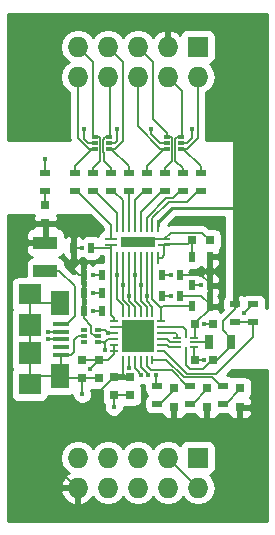
<source format=gtl>
G04 #@! TF.FileFunction,Copper,L1,Top,Signal*
%FSLAX46Y46*%
G04 Gerber Fmt 4.6, Leading zero omitted, Abs format (unit mm)*
G04 Created by KiCad (PCBNEW 4.0.5) date 01/03/18 17:15:43*
%MOMM*%
%LPD*%
G01*
G04 APERTURE LIST*
%ADD10C,0.100000*%
%ADD11R,0.750000X0.800000*%
%ADD12R,0.800000X0.750000*%
%ADD13R,0.800000X0.800000*%
%ADD14R,2.030000X1.140000*%
%ADD15R,0.700000X1.300000*%
%ADD16R,1.350000X0.400000*%
%ADD17R,1.600000X2.100000*%
%ADD18R,1.900000X1.900000*%
%ADD19R,1.900000X1.800000*%
%ADD20R,1.727200X1.727200*%
%ADD21O,1.727200X1.727200*%
%ADD22R,0.900000X0.500000*%
%ADD23R,0.500000X0.900000*%
%ADD24R,0.250000X0.700000*%
%ADD25R,0.700000X0.250000*%
%ADD26R,2.750000X2.750000*%
%ADD27R,0.200000X0.750000*%
%ADD28R,0.750000X0.200000*%
%ADD29R,0.290000X1.000000*%
%ADD30R,1.000000X0.290000*%
%ADD31R,0.650000X0.400000*%
%ADD32R,2.900000X0.900000*%
%ADD33R,0.500000X0.325000*%
%ADD34C,0.406400*%
%ADD35C,0.152400*%
%ADD36C,0.254000*%
G04 APERTURE END LIST*
D10*
D11*
X84201000Y-109081000D03*
X84201000Y-107581000D03*
X85598000Y-109081000D03*
X85598000Y-107581000D03*
X88265000Y-110478000D03*
X88265000Y-108978000D03*
X86868000Y-110478000D03*
X86868000Y-108978000D03*
D12*
X94984000Y-97409000D03*
X93484000Y-97409000D03*
X93738000Y-104521000D03*
X95238000Y-104521000D03*
X93738000Y-107569000D03*
X95238000Y-107569000D03*
D13*
X91948000Y-111544000D03*
X91948000Y-109944000D03*
X94742000Y-111544000D03*
X94742000Y-109944000D03*
X97536000Y-111544000D03*
X97536000Y-109944000D03*
X81089500Y-95986500D03*
X81089500Y-94386500D03*
D14*
X81089500Y-97606000D03*
X81089500Y-100006000D03*
D15*
X94935000Y-106045000D03*
X96835000Y-106045000D03*
D16*
X82431000Y-105791000D03*
X82431000Y-105141000D03*
X82431000Y-107091000D03*
X82431000Y-106441000D03*
X82431000Y-104491000D03*
D17*
X82306000Y-108891000D03*
X82306000Y-102691000D03*
D18*
X79756000Y-106991000D03*
X79756000Y-104591000D03*
D19*
X79756000Y-109591000D03*
X79756000Y-101991000D03*
D20*
X93980000Y-115824000D03*
D21*
X93980000Y-118364000D03*
X91440000Y-115824000D03*
X91440000Y-118364000D03*
X88900000Y-115824000D03*
X88900000Y-118364000D03*
X86360000Y-115824000D03*
X86360000Y-118364000D03*
X83820000Y-115824000D03*
X83820000Y-118364000D03*
D20*
X93980000Y-81026000D03*
D21*
X93980000Y-83566000D03*
X91440000Y-81026000D03*
X91440000Y-83566000D03*
X88900000Y-81026000D03*
X88900000Y-83566000D03*
X86360000Y-81026000D03*
X86360000Y-83566000D03*
X83820000Y-81026000D03*
X83820000Y-83566000D03*
D22*
X90551000Y-111252000D03*
X90551000Y-109752000D03*
X93345000Y-111240000D03*
X93345000Y-109740000D03*
X96139000Y-111240000D03*
X96139000Y-109740000D03*
X81089500Y-93206000D03*
X81089500Y-91706000D03*
D23*
X83451000Y-98044000D03*
X84951000Y-98044000D03*
X84340000Y-100330000D03*
X85840000Y-100330000D03*
X84340000Y-101854000D03*
X85840000Y-101854000D03*
X84340000Y-103378000D03*
X85840000Y-103378000D03*
X92444000Y-100330000D03*
X90944000Y-100330000D03*
X94984000Y-101219000D03*
X93484000Y-101219000D03*
X92444000Y-102108000D03*
X90944000Y-102108000D03*
X94984000Y-102997000D03*
X93484000Y-102997000D03*
X94984000Y-98806000D03*
X93484000Y-98806000D03*
D22*
X94234000Y-91706000D03*
X94234000Y-93206000D03*
X92710000Y-91706000D03*
X92710000Y-93206000D03*
X91186000Y-91706000D03*
X91186000Y-93206000D03*
X89662000Y-91706000D03*
X89662000Y-93206000D03*
X88138000Y-91706000D03*
X88138000Y-93206000D03*
X86614000Y-91706000D03*
X86614000Y-93206000D03*
X85090000Y-91706000D03*
X85090000Y-93206000D03*
X83566000Y-91706000D03*
X83566000Y-93206000D03*
X97155000Y-102818500D03*
X97155000Y-104318500D03*
X98679000Y-104318500D03*
X98679000Y-102818500D03*
D24*
X90150000Y-103562000D03*
D25*
X90875000Y-106787000D03*
D24*
X87650000Y-107512000D03*
D25*
X86925000Y-104287000D03*
X86925000Y-104787000D03*
X86925000Y-105287000D03*
X86925000Y-105787000D03*
X86925000Y-106287000D03*
X86925000Y-106787000D03*
D24*
X88150000Y-107512000D03*
X88650000Y-107512000D03*
X89150000Y-107512000D03*
X89650000Y-107512000D03*
X90150000Y-107512000D03*
D25*
X90875000Y-106287000D03*
X90875000Y-105787000D03*
X90875000Y-105287000D03*
X90875000Y-104787000D03*
X90875000Y-104287000D03*
D24*
X89650000Y-103562000D03*
X89150000Y-103562000D03*
X88650000Y-103562000D03*
X88150000Y-103562000D03*
X87650000Y-103562000D03*
D26*
X88900000Y-105537000D03*
D27*
X92964000Y-106770000D03*
X92964000Y-105320000D03*
D28*
X92239000Y-106045000D03*
X93689000Y-105645000D03*
X92239000Y-106445000D03*
X93689000Y-106445000D03*
X93689000Y-106045000D03*
X92239000Y-105645000D03*
D29*
X90650000Y-96186000D03*
X90650000Y-98886000D03*
D30*
X86650000Y-97286000D03*
X91150000Y-97786000D03*
X91150000Y-97286000D03*
D31*
X88212500Y-97536000D03*
D32*
X88900000Y-97536000D03*
D31*
X89587500Y-97536000D03*
D30*
X86650000Y-97786000D03*
D29*
X90150000Y-98886000D03*
X89650000Y-98886000D03*
X89150000Y-98886000D03*
X88650000Y-98886000D03*
X88150000Y-98886000D03*
X87650000Y-98886000D03*
X87150000Y-98886000D03*
X90150000Y-96186000D03*
X89650000Y-96186000D03*
X89150000Y-96186000D03*
X88650000Y-96186000D03*
X88150000Y-96186000D03*
X87650000Y-96186000D03*
X87150000Y-96186000D03*
D33*
X85252000Y-89654000D03*
X86452000Y-89654000D03*
X86452000Y-89154000D03*
X86452000Y-88654000D03*
X85252000Y-89154000D03*
X85252000Y-88654000D03*
X91348000Y-89654000D03*
X92548000Y-89654000D03*
X92548000Y-89154000D03*
X92548000Y-88654000D03*
X91348000Y-89154000D03*
X91348000Y-88654000D03*
X85563000Y-105037000D03*
X84363000Y-105037000D03*
X84363000Y-105537000D03*
X84363000Y-106037000D03*
X85563000Y-105537000D03*
X85563000Y-106037000D03*
D34*
X97917000Y-103568500D03*
X94493602Y-104521000D03*
X94482398Y-107569000D03*
X81089500Y-90551000D03*
X93472000Y-88011000D03*
X86868000Y-111506000D03*
X84201000Y-110426500D03*
X88900000Y-105537000D03*
X88900000Y-97536000D03*
X87122000Y-88011000D03*
X84899500Y-108331000D03*
X92710000Y-95758000D03*
X84201000Y-98044000D03*
X97155000Y-102818500D03*
X96202500Y-88011000D03*
X90043000Y-88011000D03*
X82042000Y-88011000D03*
X84391500Y-88011000D03*
X86365400Y-105287000D03*
X81280000Y-105791000D03*
X86106000Y-106680000D03*
X81280000Y-105156000D03*
X89776313Y-108839000D03*
X89217500Y-108839000D03*
X90424000Y-108839000D03*
X88201500Y-108204000D03*
X87150000Y-100330000D03*
X85090000Y-100330000D03*
X87650000Y-101219000D03*
X85090000Y-101854000D03*
X88150000Y-102108000D03*
X85090000Y-103378000D03*
X88646000Y-100330000D03*
X91694000Y-100330000D03*
X89150000Y-101219000D03*
X94234000Y-101219000D03*
X91694000Y-102108000D03*
X89650000Y-102108000D03*
D35*
X91440000Y-115824000D02*
X92303599Y-116687599D01*
X92303599Y-116687599D02*
X93980000Y-118364000D01*
X98679000Y-102818500D02*
X98667000Y-102818500D01*
X98667000Y-102818500D02*
X97917000Y-103568500D01*
X95238000Y-104521000D02*
X94493602Y-104521000D01*
X93738000Y-107569000D02*
X94482398Y-107569000D01*
X81089500Y-91706000D02*
X81089500Y-90551000D01*
X92673000Y-89154000D02*
X93100400Y-89154000D01*
X93100400Y-89154000D02*
X93472000Y-88782400D01*
X93472000Y-88782400D02*
X93472000Y-88011000D01*
X93689000Y-106445000D02*
X93689000Y-107520000D01*
X93689000Y-107520000D02*
X93738000Y-107569000D01*
X84238000Y-105537000D02*
X83851518Y-105537000D01*
X83851518Y-105537000D02*
X83502500Y-105886018D01*
X83502500Y-105886018D02*
X83502500Y-106846900D01*
X83258400Y-107091000D02*
X82431000Y-107091000D01*
X83502500Y-106846900D02*
X83258400Y-107091000D01*
X86868000Y-110478000D02*
X86868000Y-111506000D01*
X84201000Y-109081000D02*
X84201000Y-110426500D01*
X82306000Y-102691000D02*
X80456000Y-102691000D01*
X80456000Y-102691000D02*
X79756000Y-101991000D01*
X79756000Y-104591000D02*
X79756000Y-103488600D01*
X79756000Y-103488600D02*
X79756000Y-101991000D01*
X79756000Y-104591000D02*
X79756000Y-105693400D01*
X79756000Y-105693400D02*
X79756000Y-106991000D01*
X79756000Y-106991000D02*
X79756000Y-108093400D01*
X79756000Y-108093400D02*
X79756000Y-109591000D01*
X82431000Y-107091000D02*
X82431000Y-108766000D01*
X82431000Y-108766000D02*
X82306000Y-108891000D01*
X82306000Y-108891000D02*
X80456000Y-108891000D01*
X80456000Y-108891000D02*
X79756000Y-109591000D01*
X84201000Y-109081000D02*
X82496000Y-109081000D01*
X82496000Y-109081000D02*
X82306000Y-108891000D01*
X86868000Y-110478000D02*
X88265000Y-110478000D01*
X85598000Y-109081000D02*
X84201000Y-109081000D01*
X86925000Y-104787000D02*
X88150000Y-104787000D01*
X88150000Y-104787000D02*
X88900000Y-105537000D01*
X94984000Y-97409000D02*
X94984000Y-97397000D01*
X94984000Y-97397000D02*
X94361000Y-96774000D01*
X94361000Y-96774000D02*
X91712000Y-96774000D01*
X91712000Y-96774000D02*
X91150000Y-97336000D01*
X89100000Y-97336000D02*
X88900000Y-97536000D01*
X91150000Y-97336000D02*
X89100000Y-97336000D01*
X86577000Y-89154000D02*
X86995000Y-89154000D01*
X87122000Y-89027000D02*
X87122000Y-88011000D01*
X86995000Y-89154000D02*
X87122000Y-89027000D01*
X84899500Y-108331000D02*
X84899500Y-108279500D01*
X84899500Y-108279500D02*
X85598000Y-107581000D01*
X86925000Y-106287000D02*
X86925000Y-106787000D01*
X85598000Y-107581000D02*
X86408400Y-107581000D01*
X86408400Y-107581000D02*
X86925000Y-107064400D01*
X86925000Y-107064400D02*
X86925000Y-106787000D01*
X84201000Y-107581000D02*
X85598000Y-107581000D01*
X84340000Y-103378000D02*
X84340000Y-103980400D01*
X84340000Y-103980400D02*
X84988400Y-104628800D01*
X84988400Y-104628800D02*
X84988400Y-105264800D01*
X84988400Y-105264800D02*
X85260600Y-105537000D01*
X85260600Y-105537000D02*
X85688000Y-105537000D01*
X83451000Y-98044000D02*
X84201000Y-98044000D01*
X86868000Y-108978000D02*
X86868000Y-109003000D01*
X86868000Y-109003000D02*
X81661000Y-114210000D01*
X81661000Y-114210000D02*
X81661000Y-116205000D01*
X82956401Y-117500401D02*
X83820000Y-118364000D01*
X81661000Y-116205000D02*
X82956401Y-117500401D01*
X93738000Y-104521000D02*
X93738000Y-105596000D01*
X93738000Y-105596000D02*
X93689000Y-105645000D01*
X94984000Y-102997000D02*
X94984000Y-103197000D01*
X94984000Y-103197000D02*
X93738000Y-104443000D01*
X93738000Y-104443000D02*
X93738000Y-104521000D01*
X94984000Y-98806000D02*
X94984000Y-99408400D01*
X94984000Y-99408400D02*
X94984000Y-101219000D01*
X92444000Y-100330000D02*
X94295000Y-100330000D01*
X94295000Y-100330000D02*
X94984000Y-101019000D01*
X94984000Y-101019000D02*
X94984000Y-101219000D01*
X92444000Y-102108000D02*
X94295000Y-102108000D01*
X94295000Y-102108000D02*
X94984000Y-102797000D01*
X94984000Y-102797000D02*
X94984000Y-102997000D01*
X94984000Y-102997000D02*
X94984000Y-102394600D01*
X94984000Y-102394600D02*
X94984000Y-101219000D01*
X84340000Y-101854000D02*
X84340000Y-102456400D01*
X84340000Y-102456400D02*
X84340000Y-103378000D01*
X84340000Y-100330000D02*
X84340000Y-100932400D01*
X84340000Y-100932400D02*
X84340000Y-101854000D01*
X83451000Y-98044000D02*
X83451000Y-99843400D01*
X83451000Y-99843400D02*
X83937600Y-100330000D01*
X83937600Y-100330000D02*
X84340000Y-100330000D01*
X87650000Y-107512000D02*
X87650000Y-108723400D01*
X87650000Y-108723400D02*
X87395400Y-108978000D01*
X87395400Y-108978000D02*
X86868000Y-108978000D01*
X86868000Y-108978000D02*
X88265000Y-108978000D01*
X93484000Y-98806000D02*
X93484000Y-97409000D01*
X91150000Y-97736000D02*
X93157000Y-97736000D01*
X93157000Y-97736000D02*
X93484000Y-97409000D01*
X90650000Y-98886000D02*
X90947400Y-98886000D01*
X90947400Y-98886000D02*
X91150000Y-98683400D01*
X91150000Y-98683400D02*
X91150000Y-98033400D01*
X91150000Y-98033400D02*
X91150000Y-97736000D01*
D36*
X91802500Y-94678500D02*
X97917000Y-94678500D01*
X90650000Y-96186000D02*
X90650000Y-95831000D01*
X90650000Y-95831000D02*
X91802500Y-94678500D01*
D35*
X95238000Y-107569000D02*
X95213000Y-107569000D01*
X95213000Y-107569000D02*
X94451000Y-108331000D01*
X94451000Y-108331000D02*
X93313518Y-108331000D01*
X93313518Y-108331000D02*
X92964000Y-107981482D01*
X92964000Y-107981482D02*
X92964000Y-107297400D01*
X92964000Y-107297400D02*
X92964000Y-106770000D01*
X96835000Y-106045000D02*
X96835000Y-105745000D01*
X96835000Y-105745000D02*
X96139000Y-105049000D01*
X97155000Y-103220900D02*
X97155000Y-102818500D01*
X96139000Y-105049000D02*
X96139000Y-104236900D01*
X96139000Y-104236900D02*
X97155000Y-103220900D01*
X95238000Y-107569000D02*
X95611000Y-107569000D01*
X95611000Y-107569000D02*
X96835000Y-106345000D01*
X96835000Y-106345000D02*
X96835000Y-106045000D01*
X91223000Y-89154000D02*
X90795600Y-89154000D01*
X90795600Y-89154000D02*
X90043000Y-88401400D01*
X90043000Y-88401400D02*
X90043000Y-88011000D01*
X85127000Y-89154000D02*
X84699600Y-89154000D01*
X84699600Y-89154000D02*
X84391500Y-88845900D01*
X84391500Y-88845900D02*
X84391500Y-88011000D01*
X90551000Y-111252000D02*
X90751000Y-111252000D01*
X90751000Y-111252000D02*
X91948000Y-110055000D01*
X91948000Y-110055000D02*
X91948000Y-109944000D01*
X93345000Y-111240000D02*
X93545000Y-111240000D01*
X93545000Y-111240000D02*
X94742000Y-110043000D01*
X94742000Y-110043000D02*
X94742000Y-109944000D01*
X96139000Y-111240000D02*
X96339000Y-111240000D01*
X96339000Y-111240000D02*
X97536000Y-110043000D01*
X97536000Y-110043000D02*
X97536000Y-109944000D01*
X81089500Y-93206000D02*
X81089500Y-94386500D01*
X81089500Y-100006000D02*
X82256900Y-100006000D01*
X82256900Y-100006000D02*
X83566000Y-101315100D01*
X83566000Y-101315100D02*
X83566000Y-103831000D01*
X83566000Y-103831000D02*
X82906000Y-104491000D01*
X82906000Y-104491000D02*
X82431000Y-104491000D01*
X93689000Y-106045000D02*
X94935000Y-106045000D01*
X82431000Y-105791000D02*
X81280000Y-105791000D01*
X85688000Y-105037000D02*
X86115400Y-105037000D01*
X86115400Y-105037000D02*
X86365400Y-105287000D01*
X86365400Y-105287000D02*
X86422600Y-105287000D01*
X86422600Y-105287000D02*
X86925000Y-105287000D01*
X85688000Y-106037000D02*
X85979000Y-106037000D01*
X85979000Y-106037000D02*
X86115400Y-106037000D01*
X86106000Y-106680000D02*
X86106000Y-106164000D01*
X86106000Y-106164000D02*
X85979000Y-106037000D01*
X82431000Y-105141000D02*
X81295000Y-105141000D01*
X81295000Y-105141000D02*
X81280000Y-105156000D01*
X86115400Y-106037000D02*
X86365400Y-105787000D01*
X86365400Y-105787000D02*
X86422600Y-105787000D01*
X86422600Y-105787000D02*
X86925000Y-105787000D01*
X89150000Y-108132432D02*
X89776313Y-108758745D01*
X89776313Y-108758745D02*
X89776313Y-108839000D01*
X89150000Y-107512000D02*
X89150000Y-108132432D01*
X89014301Y-108600581D02*
X89014301Y-108635801D01*
X89014301Y-108635801D02*
X89217500Y-108839000D01*
X88650000Y-108236280D02*
X89014301Y-108600581D01*
X88650000Y-107512000D02*
X88650000Y-108236280D01*
X92673000Y-89654000D02*
X93059482Y-89654000D01*
X93059482Y-89654000D02*
X93980000Y-88733482D01*
X93980000Y-88733482D02*
X93980000Y-84787314D01*
X93980000Y-84787314D02*
X93980000Y-83566000D01*
X94234000Y-91706000D02*
X94234000Y-91140000D01*
X94234000Y-91140000D02*
X92748000Y-89654000D01*
X92748000Y-89654000D02*
X92673000Y-89654000D01*
X92100400Y-88799200D02*
X92245600Y-88654000D01*
X92710000Y-91303600D02*
X92100400Y-90694000D01*
X92100400Y-88823338D02*
X92100400Y-88799200D01*
X92710000Y-91706000D02*
X92710000Y-91303600D01*
X92100400Y-90694000D02*
X92100400Y-89984662D01*
X92100400Y-89984662D02*
X92094799Y-89979061D01*
X92245600Y-88654000D02*
X92673000Y-88654000D01*
X92094799Y-89979061D02*
X92094799Y-88828939D01*
X92094799Y-88828939D02*
X92100400Y-88823338D01*
X92673000Y-88654000D02*
X92673000Y-84799000D01*
X92673000Y-84799000D02*
X91440000Y-83566000D01*
X91348000Y-88654000D02*
X91348000Y-88339100D01*
X91348000Y-88339100D02*
X90170000Y-87161100D01*
X90170000Y-87161100D02*
X90170000Y-82296000D01*
X90170000Y-82296000D02*
X89763599Y-81889599D01*
X89763599Y-81889599D02*
X88900000Y-81026000D01*
X91186000Y-91706000D02*
X91186000Y-91303600D01*
X91186000Y-91303600D02*
X91801201Y-90688399D01*
X91801201Y-90688399D02*
X91801201Y-88704801D01*
X91801201Y-88704801D02*
X91750400Y-88654000D01*
X91750400Y-88654000D02*
X91348000Y-88654000D01*
X91223000Y-89654000D02*
X90795600Y-89654000D01*
X90795600Y-89654000D02*
X88900000Y-87758400D01*
X88900000Y-87758400D02*
X88900000Y-84787314D01*
X88900000Y-84787314D02*
X88900000Y-83566000D01*
X89662000Y-91706000D02*
X89662000Y-91140000D01*
X89662000Y-91140000D02*
X91148000Y-89654000D01*
X91148000Y-89654000D02*
X91223000Y-89654000D01*
X86577000Y-89654000D02*
X87004400Y-89654000D01*
X87004400Y-89654000D02*
X87630000Y-89028400D01*
X87630000Y-89028400D02*
X87630000Y-82296000D01*
X87630000Y-82296000D02*
X87223599Y-81889599D01*
X87223599Y-81889599D02*
X86360000Y-81026000D01*
X88138000Y-91706000D02*
X88138000Y-91140000D01*
X88138000Y-91140000D02*
X86652000Y-89654000D01*
X86652000Y-89654000D02*
X86577000Y-89654000D01*
X86614000Y-91303600D02*
X86029800Y-90719400D01*
X86029800Y-88773800D02*
X86149600Y-88654000D01*
X86149600Y-88654000D02*
X86577000Y-88654000D01*
X86029800Y-90719400D02*
X86029800Y-90010062D01*
X86614000Y-91706000D02*
X86614000Y-91303600D01*
X86577000Y-88654000D02*
X86577000Y-83783000D01*
X86029800Y-90010062D02*
X85998799Y-89979061D01*
X85998799Y-89979061D02*
X85998799Y-88828939D01*
X85998799Y-88828939D02*
X86029800Y-88797938D01*
X86029800Y-88797938D02*
X86029800Y-88773800D01*
X86577000Y-83783000D02*
X86360000Y-83566000D01*
X85252000Y-88654000D02*
X85115400Y-88517400D01*
X85115400Y-88517400D02*
X85115400Y-82321400D01*
X85115400Y-82321400D02*
X83820000Y-81026000D01*
X85090000Y-91706000D02*
X85090000Y-91303600D01*
X85090000Y-91303600D02*
X85705201Y-90688399D01*
X85705201Y-90688399D02*
X85705201Y-88704801D01*
X85654400Y-88654000D02*
X85252000Y-88654000D01*
X85705201Y-88704801D02*
X85654400Y-88654000D01*
X85127000Y-89654000D02*
X84740518Y-89654000D01*
X84740518Y-89654000D02*
X83820000Y-88733482D01*
X83820000Y-88733482D02*
X83820000Y-84787314D01*
X83820000Y-84787314D02*
X83820000Y-83566000D01*
X83566000Y-91706000D02*
X83566000Y-91140000D01*
X83566000Y-91140000D02*
X85052000Y-89654000D01*
X85052000Y-89654000D02*
X85127000Y-89654000D01*
X90424000Y-108839000D02*
X90424000Y-109625000D01*
X90424000Y-109625000D02*
X90551000Y-109752000D01*
X88150000Y-107512000D02*
X88150000Y-108152500D01*
X88150000Y-108152500D02*
X88201500Y-108204000D01*
X93116434Y-109740000D02*
X93345000Y-109740000D01*
X91783633Y-108407199D02*
X93116434Y-109740000D01*
X90042799Y-108407199D02*
X91783633Y-108407199D01*
X89650000Y-108014400D02*
X90042799Y-108407199D01*
X89650000Y-107512000D02*
X89650000Y-108014400D01*
X90150000Y-107512000D02*
X91319500Y-107512000D01*
X92837000Y-109029500D02*
X95228500Y-109029500D01*
X91319500Y-107512000D02*
X92837000Y-109029500D01*
X95228500Y-109029500D02*
X95939000Y-109740000D01*
X95939000Y-109740000D02*
X96139000Y-109740000D01*
X84951000Y-98044000D02*
X86639400Y-98044000D01*
X86639400Y-98044000D02*
X86650000Y-98033400D01*
X86650000Y-98033400D02*
X86650000Y-97736000D01*
X86925000Y-104287000D02*
X86925000Y-104009600D01*
X86925000Y-104009600D02*
X86650000Y-103734600D01*
X86650000Y-103734600D02*
X86650000Y-98033400D01*
X87150000Y-102421732D02*
X87150000Y-100330000D01*
X87150000Y-100330000D02*
X87150000Y-99538400D01*
X85840000Y-100330000D02*
X85090000Y-100330000D01*
X87650000Y-103562000D02*
X87650000Y-102921732D01*
X87650000Y-102921732D02*
X87150000Y-102421732D01*
X87150000Y-99538400D02*
X87150000Y-98886000D01*
X87650000Y-102490666D02*
X87650000Y-101219000D01*
X87650000Y-101219000D02*
X87650000Y-99538400D01*
X85840000Y-101854000D02*
X85090000Y-101854000D01*
X88150000Y-103562000D02*
X88150000Y-102990666D01*
X88150000Y-102990666D02*
X87650000Y-102490666D01*
X87650000Y-99538400D02*
X87650000Y-98886000D01*
X88150000Y-102559600D02*
X88150000Y-102108000D01*
X88150000Y-102108000D02*
X88150000Y-99538400D01*
X85437600Y-103378000D02*
X85090000Y-103378000D01*
X85840000Y-103378000D02*
X85437600Y-103378000D01*
X88650000Y-103562000D02*
X88650000Y-103059600D01*
X88650000Y-103059600D02*
X88150000Y-102559600D01*
X88150000Y-99538400D02*
X88150000Y-98886000D01*
X88646000Y-100330000D02*
X88646000Y-98890000D01*
X88646000Y-98890000D02*
X88650000Y-98886000D01*
X90944000Y-100330000D02*
X91694000Y-100330000D01*
X89150000Y-103562000D02*
X89150000Y-103059600D01*
X88650000Y-99538400D02*
X88650000Y-98886000D01*
X89150000Y-103059600D02*
X88650000Y-102559600D01*
X88650000Y-102559600D02*
X88650000Y-99538400D01*
X89150000Y-102559600D02*
X89150000Y-101219000D01*
X89150000Y-101219000D02*
X89150000Y-99538400D01*
X93484000Y-101219000D02*
X94234000Y-101219000D01*
X89650000Y-103562000D02*
X89650000Y-103059600D01*
X89650000Y-103059600D02*
X89150000Y-102559600D01*
X89150000Y-99538400D02*
X89150000Y-98886000D01*
X91694000Y-102108000D02*
X90944000Y-102108000D01*
X89650000Y-102108000D02*
X89650000Y-99538400D01*
X89650000Y-102559600D02*
X89650000Y-102108000D01*
X90150000Y-103562000D02*
X90150000Y-103059600D01*
X90150000Y-103059600D02*
X89650000Y-102559600D01*
X89650000Y-99538400D02*
X89650000Y-98886000D01*
X90875000Y-104287000D02*
X90875000Y-103181000D01*
X90875000Y-103181000D02*
X91059000Y-102997000D01*
X91059000Y-102997000D02*
X93081600Y-102997000D01*
X93081600Y-102997000D02*
X93484000Y-102997000D01*
X90875000Y-104287000D02*
X90875000Y-103150482D01*
X90150000Y-99538400D02*
X90150000Y-98886000D01*
X90875000Y-103150482D02*
X90150000Y-102425482D01*
X90150000Y-102425482D02*
X90150000Y-99538400D01*
X94034000Y-93206000D02*
X94234000Y-93206000D01*
X93082189Y-94157811D02*
X94034000Y-93206000D01*
X91525789Y-94157811D02*
X93082189Y-94157811D01*
X90150000Y-95533600D02*
X91525789Y-94157811D01*
X90150000Y-96186000D02*
X90150000Y-95533600D01*
X91863000Y-93853000D02*
X92510000Y-93206000D01*
X91330600Y-93853000D02*
X91863000Y-93853000D01*
X89650000Y-96186000D02*
X89650000Y-95533600D01*
X89650000Y-95533600D02*
X91330600Y-93853000D01*
X92510000Y-93206000D02*
X92710000Y-93206000D01*
X89150000Y-96186000D02*
X89150000Y-95042000D01*
X89150000Y-95042000D02*
X90986000Y-93206000D01*
X90986000Y-93206000D02*
X91186000Y-93206000D01*
X88650000Y-96186000D02*
X88650000Y-94018000D01*
X88650000Y-94018000D02*
X89462000Y-93206000D01*
X89462000Y-93206000D02*
X89662000Y-93206000D01*
X88150000Y-96186000D02*
X88150000Y-93218000D01*
X88150000Y-93218000D02*
X88138000Y-93206000D01*
X87650000Y-96186000D02*
X87650000Y-94042000D01*
X87650000Y-94042000D02*
X86814000Y-93206000D01*
X86814000Y-93206000D02*
X86614000Y-93206000D01*
X87150000Y-96186000D02*
X87150000Y-95066000D01*
X87150000Y-95066000D02*
X85290000Y-93206000D01*
X85290000Y-93206000D02*
X85090000Y-93206000D01*
X86650000Y-97336000D02*
X86650000Y-96090000D01*
X86650000Y-96090000D02*
X83766000Y-93206000D01*
X83766000Y-93206000D02*
X83566000Y-93206000D01*
X98679000Y-104720900D02*
X98679000Y-104318500D01*
X98679000Y-105612482D02*
X98679000Y-104720900D01*
X95566793Y-108724689D02*
X98679000Y-105612482D01*
X93037689Y-108724689D02*
X95566793Y-108724689D01*
X90875000Y-106787000D02*
X91100000Y-106787000D01*
X91100000Y-106787000D02*
X93037689Y-108724689D01*
X97155000Y-104318500D02*
X98679000Y-104318500D01*
X90875000Y-106287000D02*
X91377400Y-106287000D01*
X91377400Y-106287000D02*
X91535400Y-106445000D01*
X91535400Y-106445000D02*
X91711600Y-106445000D01*
X91711600Y-106445000D02*
X92239000Y-106445000D01*
X90875000Y-105787000D02*
X91377400Y-105787000D01*
X91377400Y-105787000D02*
X91635400Y-106045000D01*
X91635400Y-106045000D02*
X91711600Y-106045000D01*
X91711600Y-106045000D02*
X92239000Y-106045000D01*
X90875000Y-105287000D02*
X92133400Y-105287000D01*
X92133400Y-105287000D02*
X92239000Y-105392600D01*
X92239000Y-105392600D02*
X92239000Y-105645000D01*
X90875000Y-104787000D02*
X92706000Y-104787000D01*
X92706000Y-104787000D02*
X92964000Y-105045000D01*
X92964000Y-105045000D02*
X92964000Y-105320000D01*
D36*
G36*
X80054500Y-95460191D02*
X80054500Y-95700750D01*
X80213250Y-95859500D01*
X80962500Y-95859500D01*
X80962500Y-95839500D01*
X81216500Y-95839500D01*
X81216500Y-95859500D01*
X81965750Y-95859500D01*
X82124500Y-95700750D01*
X82124500Y-95460191D01*
X82063739Y-95313500D01*
X84867712Y-95313500D01*
X85938800Y-96384588D01*
X85938800Y-96533300D01*
X85914683Y-96537838D01*
X85698559Y-96676910D01*
X85553569Y-96889110D01*
X85522038Y-97044816D01*
X85452890Y-96997569D01*
X85201000Y-96946560D01*
X84701000Y-96946560D01*
X84465683Y-96990838D01*
X84249559Y-97129910D01*
X84203031Y-97198006D01*
X84060698Y-97055673D01*
X83827309Y-96959000D01*
X83734750Y-96959000D01*
X83576000Y-97117750D01*
X83576000Y-97917000D01*
X83598000Y-97917000D01*
X83598000Y-98171000D01*
X83576000Y-98171000D01*
X83576000Y-98970250D01*
X83734750Y-99129000D01*
X83827309Y-99129000D01*
X84060698Y-99032327D01*
X84201936Y-98891090D01*
X84236910Y-98945441D01*
X84449110Y-99090431D01*
X84701000Y-99141440D01*
X85201000Y-99141440D01*
X85436317Y-99097162D01*
X85652441Y-98958090D01*
X85791070Y-98755200D01*
X85938800Y-98755200D01*
X85938800Y-99232560D01*
X85590000Y-99232560D01*
X85354683Y-99276838D01*
X85138559Y-99415910D01*
X85092031Y-99484006D01*
X84949698Y-99341673D01*
X84716309Y-99245000D01*
X84623750Y-99245000D01*
X84465000Y-99403750D01*
X84465000Y-99769550D01*
X84379823Y-99854578D01*
X84251946Y-100162540D01*
X84251655Y-100495997D01*
X84378995Y-100804182D01*
X84465000Y-100890337D01*
X84465000Y-101293550D01*
X84379823Y-101378578D01*
X84277200Y-101625722D01*
X84277200Y-101315100D01*
X84258968Y-101223440D01*
X84223063Y-101042935D01*
X84215000Y-101030868D01*
X84215000Y-100457000D01*
X84193000Y-100457000D01*
X84193000Y-100203000D01*
X84215000Y-100203000D01*
X84215000Y-99403750D01*
X84056250Y-99245000D01*
X83963691Y-99245000D01*
X83730302Y-99341673D01*
X83551673Y-99520301D01*
X83455000Y-99753690D01*
X83455000Y-100044250D01*
X83613748Y-100202998D01*
X83459686Y-100202998D01*
X82759794Y-99503106D01*
X82751940Y-99497858D01*
X82751940Y-99436000D01*
X82707662Y-99200683D01*
X82568590Y-98984559D01*
X82356390Y-98839569D01*
X82215312Y-98811000D01*
X82230809Y-98811000D01*
X82464198Y-98714327D01*
X82566000Y-98612526D01*
X82566000Y-98620310D01*
X82662673Y-98853699D01*
X82841302Y-99032327D01*
X83074691Y-99129000D01*
X83167250Y-99129000D01*
X83326000Y-98970250D01*
X83326000Y-98171000D01*
X83304000Y-98171000D01*
X83304000Y-97917000D01*
X83326000Y-97917000D01*
X83326000Y-97117750D01*
X83167250Y-96959000D01*
X83074691Y-96959000D01*
X82841302Y-97055673D01*
X82739500Y-97157474D01*
X82739500Y-96909690D01*
X82642827Y-96676301D01*
X82464198Y-96497673D01*
X82230809Y-96401000D01*
X82124500Y-96401000D01*
X82124500Y-96272250D01*
X81965750Y-96113500D01*
X81216500Y-96113500D01*
X81216500Y-97479000D01*
X81236500Y-97479000D01*
X81236500Y-97733000D01*
X81216500Y-97733000D01*
X81216500Y-97753000D01*
X80962500Y-97753000D01*
X80962500Y-97733000D01*
X79598250Y-97733000D01*
X79439500Y-97891750D01*
X79439500Y-98302310D01*
X79536173Y-98535699D01*
X79714802Y-98714327D01*
X79948191Y-98811000D01*
X79955242Y-98811000D01*
X79839183Y-98832838D01*
X79623059Y-98971910D01*
X79478069Y-99184110D01*
X79427060Y-99436000D01*
X79427060Y-100443560D01*
X78806000Y-100443560D01*
X78570683Y-100487838D01*
X78354559Y-100626910D01*
X78209569Y-100839110D01*
X78158560Y-101091000D01*
X78158560Y-102891000D01*
X78202838Y-103126317D01*
X78293190Y-103266727D01*
X78209569Y-103389110D01*
X78158560Y-103641000D01*
X78158560Y-105541000D01*
X78202838Y-105776317D01*
X78210342Y-105787979D01*
X78209569Y-105789110D01*
X78158560Y-106041000D01*
X78158560Y-107941000D01*
X78202838Y-108176317D01*
X78293190Y-108316727D01*
X78209569Y-108439110D01*
X78158560Y-108691000D01*
X78158560Y-110491000D01*
X78202838Y-110726317D01*
X78341910Y-110942441D01*
X78554110Y-111087431D01*
X78806000Y-111138440D01*
X80706000Y-111138440D01*
X80941317Y-111094162D01*
X81157441Y-110955090D01*
X81302431Y-110742890D01*
X81340495Y-110554924D01*
X81506000Y-110588440D01*
X83106000Y-110588440D01*
X83341317Y-110544162D01*
X83362709Y-110530396D01*
X83362655Y-110592497D01*
X83489995Y-110900682D01*
X83725578Y-111136677D01*
X84033540Y-111264554D01*
X84366997Y-111264845D01*
X84675182Y-111137505D01*
X84911177Y-110901922D01*
X85039054Y-110593960D01*
X85039345Y-110260503D01*
X84960786Y-110070377D01*
X84971110Y-110077431D01*
X85223000Y-110128440D01*
X85845560Y-110128440D01*
X85845560Y-110878000D01*
X85889838Y-111113317D01*
X86028910Y-111329441D01*
X86032660Y-111332003D01*
X86029946Y-111338540D01*
X86029655Y-111671997D01*
X86156995Y-111980182D01*
X86392578Y-112216177D01*
X86700540Y-112344054D01*
X87033997Y-112344345D01*
X87342182Y-112217005D01*
X87578177Y-111981422D01*
X87706054Y-111673460D01*
X87706216Y-111488223D01*
X87890000Y-111525440D01*
X88640000Y-111525440D01*
X88875317Y-111481162D01*
X89091441Y-111342090D01*
X89236431Y-111129890D01*
X89287440Y-110878000D01*
X89287440Y-110078000D01*
X89243162Y-109842683D01*
X89176671Y-109739354D01*
X89178327Y-109737698D01*
X89203391Y-109677188D01*
X89383497Y-109677345D01*
X89453560Y-109648395D01*
X89453560Y-110002000D01*
X89497838Y-110237317D01*
X89636910Y-110453441D01*
X89706711Y-110501134D01*
X89649559Y-110537910D01*
X89504569Y-110750110D01*
X89453560Y-111002000D01*
X89453560Y-111502000D01*
X89497838Y-111737317D01*
X89636910Y-111953441D01*
X89849110Y-112098431D01*
X90101000Y-112149440D01*
X90945777Y-112149440D01*
X91009673Y-112303698D01*
X91188301Y-112482327D01*
X91421690Y-112579000D01*
X91662250Y-112579000D01*
X91821000Y-112420250D01*
X91821000Y-111671000D01*
X91801000Y-111671000D01*
X91801000Y-111417000D01*
X91821000Y-111417000D01*
X91821000Y-111397000D01*
X92075000Y-111397000D01*
X92075000Y-111417000D01*
X92095000Y-111417000D01*
X92095000Y-111671000D01*
X92075000Y-111671000D01*
X92075000Y-112420250D01*
X92233750Y-112579000D01*
X92474310Y-112579000D01*
X92707699Y-112482327D01*
X92886327Y-112303698D01*
X92955193Y-112137440D01*
X93734807Y-112137440D01*
X93803673Y-112303698D01*
X93982301Y-112482327D01*
X94215690Y-112579000D01*
X94456250Y-112579000D01*
X94615000Y-112420250D01*
X94615000Y-111671000D01*
X94595000Y-111671000D01*
X94595000Y-111417000D01*
X94615000Y-111417000D01*
X94615000Y-111397000D01*
X94869000Y-111397000D01*
X94869000Y-111417000D01*
X94889000Y-111417000D01*
X94889000Y-111671000D01*
X94869000Y-111671000D01*
X94869000Y-112420250D01*
X95027750Y-112579000D01*
X95268310Y-112579000D01*
X95501699Y-112482327D01*
X95680327Y-112303698D01*
X95749193Y-112137440D01*
X96528807Y-112137440D01*
X96597673Y-112303698D01*
X96776301Y-112482327D01*
X97009690Y-112579000D01*
X97250250Y-112579000D01*
X97409000Y-112420250D01*
X97409000Y-111671000D01*
X97663000Y-111671000D01*
X97663000Y-112420250D01*
X97821750Y-112579000D01*
X98062310Y-112579000D01*
X98295699Y-112482327D01*
X98474327Y-112303698D01*
X98571000Y-112070309D01*
X98571000Y-111829750D01*
X98412250Y-111671000D01*
X97663000Y-111671000D01*
X97409000Y-111671000D01*
X97389000Y-111671000D01*
X97389000Y-111417000D01*
X97409000Y-111417000D01*
X97409000Y-111397000D01*
X97663000Y-111397000D01*
X97663000Y-111417000D01*
X98412250Y-111417000D01*
X98571000Y-111258250D01*
X98571000Y-111017691D01*
X98474327Y-110784302D01*
X98432366Y-110742340D01*
X98532431Y-110595890D01*
X98583440Y-110344000D01*
X98583440Y-109544000D01*
X98539162Y-109308683D01*
X98400090Y-109092559D01*
X98187890Y-108947569D01*
X97936000Y-108896560D01*
X97136000Y-108896560D01*
X96908044Y-108939453D01*
X96840890Y-108893569D01*
X96589000Y-108842560D01*
X96454710Y-108842560D01*
X96902770Y-108394500D01*
X99874000Y-108394500D01*
X99874000Y-121158000D01*
X77926000Y-121158000D01*
X77926000Y-118723026D01*
X82365042Y-118723026D01*
X82537312Y-119138947D01*
X82931510Y-119570821D01*
X83460973Y-119818968D01*
X83693000Y-119698469D01*
X83693000Y-118491000D01*
X82486183Y-118491000D01*
X82365042Y-118723026D01*
X77926000Y-118723026D01*
X77926000Y-115824000D01*
X82292041Y-115824000D01*
X82406115Y-116397489D01*
X82730971Y-116883670D01*
X83054228Y-117099664D01*
X82931510Y-117157179D01*
X82537312Y-117589053D01*
X82365042Y-118004974D01*
X82486183Y-118237000D01*
X83693000Y-118237000D01*
X83693000Y-118217000D01*
X83947000Y-118217000D01*
X83947000Y-118237000D01*
X83967000Y-118237000D01*
X83967000Y-118491000D01*
X83947000Y-118491000D01*
X83947000Y-119698469D01*
X84179027Y-119818968D01*
X84708490Y-119570821D01*
X85090008Y-119152839D01*
X85270971Y-119423670D01*
X85757152Y-119748526D01*
X86330641Y-119862600D01*
X86389359Y-119862600D01*
X86962848Y-119748526D01*
X87449029Y-119423670D01*
X87630000Y-119152828D01*
X87810971Y-119423670D01*
X88297152Y-119748526D01*
X88870641Y-119862600D01*
X88929359Y-119862600D01*
X89502848Y-119748526D01*
X89989029Y-119423670D01*
X90170000Y-119152828D01*
X90350971Y-119423670D01*
X90837152Y-119748526D01*
X91410641Y-119862600D01*
X91469359Y-119862600D01*
X92042848Y-119748526D01*
X92529029Y-119423670D01*
X92710000Y-119152828D01*
X92890971Y-119423670D01*
X93377152Y-119748526D01*
X93950641Y-119862600D01*
X94009359Y-119862600D01*
X94582848Y-119748526D01*
X95069029Y-119423670D01*
X95393885Y-118937489D01*
X95507959Y-118364000D01*
X95393885Y-117790511D01*
X95069029Y-117304330D01*
X95055358Y-117295195D01*
X95078917Y-117290762D01*
X95295041Y-117151690D01*
X95440031Y-116939490D01*
X95491040Y-116687600D01*
X95491040Y-114960400D01*
X95446762Y-114725083D01*
X95307690Y-114508959D01*
X95095490Y-114363969D01*
X94843600Y-114312960D01*
X93116400Y-114312960D01*
X92881083Y-114357238D01*
X92664959Y-114496310D01*
X92519969Y-114708510D01*
X92511092Y-114752345D01*
X92042848Y-114439474D01*
X91469359Y-114325400D01*
X91410641Y-114325400D01*
X90837152Y-114439474D01*
X90350971Y-114764330D01*
X90170000Y-115035172D01*
X89989029Y-114764330D01*
X89502848Y-114439474D01*
X88929359Y-114325400D01*
X88870641Y-114325400D01*
X88297152Y-114439474D01*
X87810971Y-114764330D01*
X87630000Y-115035172D01*
X87449029Y-114764330D01*
X86962848Y-114439474D01*
X86389359Y-114325400D01*
X86330641Y-114325400D01*
X85757152Y-114439474D01*
X85270971Y-114764330D01*
X85090000Y-115035172D01*
X84909029Y-114764330D01*
X84422848Y-114439474D01*
X83849359Y-114325400D01*
X83790641Y-114325400D01*
X83217152Y-114439474D01*
X82730971Y-114764330D01*
X82406115Y-115250511D01*
X82292041Y-115824000D01*
X77926000Y-115824000D01*
X77926000Y-96909690D01*
X79439500Y-96909690D01*
X79439500Y-97320250D01*
X79598250Y-97479000D01*
X80962500Y-97479000D01*
X80962500Y-96113500D01*
X80213250Y-96113500D01*
X80054500Y-96272250D01*
X80054500Y-96401000D01*
X79948191Y-96401000D01*
X79714802Y-96497673D01*
X79536173Y-96676301D01*
X79439500Y-96909690D01*
X77926000Y-96909690D01*
X77926000Y-95313500D01*
X80115261Y-95313500D01*
X80054500Y-95460191D01*
X80054500Y-95460191D01*
G37*
X80054500Y-95460191D02*
X80054500Y-95700750D01*
X80213250Y-95859500D01*
X80962500Y-95859500D01*
X80962500Y-95839500D01*
X81216500Y-95839500D01*
X81216500Y-95859500D01*
X81965750Y-95859500D01*
X82124500Y-95700750D01*
X82124500Y-95460191D01*
X82063739Y-95313500D01*
X84867712Y-95313500D01*
X85938800Y-96384588D01*
X85938800Y-96533300D01*
X85914683Y-96537838D01*
X85698559Y-96676910D01*
X85553569Y-96889110D01*
X85522038Y-97044816D01*
X85452890Y-96997569D01*
X85201000Y-96946560D01*
X84701000Y-96946560D01*
X84465683Y-96990838D01*
X84249559Y-97129910D01*
X84203031Y-97198006D01*
X84060698Y-97055673D01*
X83827309Y-96959000D01*
X83734750Y-96959000D01*
X83576000Y-97117750D01*
X83576000Y-97917000D01*
X83598000Y-97917000D01*
X83598000Y-98171000D01*
X83576000Y-98171000D01*
X83576000Y-98970250D01*
X83734750Y-99129000D01*
X83827309Y-99129000D01*
X84060698Y-99032327D01*
X84201936Y-98891090D01*
X84236910Y-98945441D01*
X84449110Y-99090431D01*
X84701000Y-99141440D01*
X85201000Y-99141440D01*
X85436317Y-99097162D01*
X85652441Y-98958090D01*
X85791070Y-98755200D01*
X85938800Y-98755200D01*
X85938800Y-99232560D01*
X85590000Y-99232560D01*
X85354683Y-99276838D01*
X85138559Y-99415910D01*
X85092031Y-99484006D01*
X84949698Y-99341673D01*
X84716309Y-99245000D01*
X84623750Y-99245000D01*
X84465000Y-99403750D01*
X84465000Y-99769550D01*
X84379823Y-99854578D01*
X84251946Y-100162540D01*
X84251655Y-100495997D01*
X84378995Y-100804182D01*
X84465000Y-100890337D01*
X84465000Y-101293550D01*
X84379823Y-101378578D01*
X84277200Y-101625722D01*
X84277200Y-101315100D01*
X84258968Y-101223440D01*
X84223063Y-101042935D01*
X84215000Y-101030868D01*
X84215000Y-100457000D01*
X84193000Y-100457000D01*
X84193000Y-100203000D01*
X84215000Y-100203000D01*
X84215000Y-99403750D01*
X84056250Y-99245000D01*
X83963691Y-99245000D01*
X83730302Y-99341673D01*
X83551673Y-99520301D01*
X83455000Y-99753690D01*
X83455000Y-100044250D01*
X83613748Y-100202998D01*
X83459686Y-100202998D01*
X82759794Y-99503106D01*
X82751940Y-99497858D01*
X82751940Y-99436000D01*
X82707662Y-99200683D01*
X82568590Y-98984559D01*
X82356390Y-98839569D01*
X82215312Y-98811000D01*
X82230809Y-98811000D01*
X82464198Y-98714327D01*
X82566000Y-98612526D01*
X82566000Y-98620310D01*
X82662673Y-98853699D01*
X82841302Y-99032327D01*
X83074691Y-99129000D01*
X83167250Y-99129000D01*
X83326000Y-98970250D01*
X83326000Y-98171000D01*
X83304000Y-98171000D01*
X83304000Y-97917000D01*
X83326000Y-97917000D01*
X83326000Y-97117750D01*
X83167250Y-96959000D01*
X83074691Y-96959000D01*
X82841302Y-97055673D01*
X82739500Y-97157474D01*
X82739500Y-96909690D01*
X82642827Y-96676301D01*
X82464198Y-96497673D01*
X82230809Y-96401000D01*
X82124500Y-96401000D01*
X82124500Y-96272250D01*
X81965750Y-96113500D01*
X81216500Y-96113500D01*
X81216500Y-97479000D01*
X81236500Y-97479000D01*
X81236500Y-97733000D01*
X81216500Y-97733000D01*
X81216500Y-97753000D01*
X80962500Y-97753000D01*
X80962500Y-97733000D01*
X79598250Y-97733000D01*
X79439500Y-97891750D01*
X79439500Y-98302310D01*
X79536173Y-98535699D01*
X79714802Y-98714327D01*
X79948191Y-98811000D01*
X79955242Y-98811000D01*
X79839183Y-98832838D01*
X79623059Y-98971910D01*
X79478069Y-99184110D01*
X79427060Y-99436000D01*
X79427060Y-100443560D01*
X78806000Y-100443560D01*
X78570683Y-100487838D01*
X78354559Y-100626910D01*
X78209569Y-100839110D01*
X78158560Y-101091000D01*
X78158560Y-102891000D01*
X78202838Y-103126317D01*
X78293190Y-103266727D01*
X78209569Y-103389110D01*
X78158560Y-103641000D01*
X78158560Y-105541000D01*
X78202838Y-105776317D01*
X78210342Y-105787979D01*
X78209569Y-105789110D01*
X78158560Y-106041000D01*
X78158560Y-107941000D01*
X78202838Y-108176317D01*
X78293190Y-108316727D01*
X78209569Y-108439110D01*
X78158560Y-108691000D01*
X78158560Y-110491000D01*
X78202838Y-110726317D01*
X78341910Y-110942441D01*
X78554110Y-111087431D01*
X78806000Y-111138440D01*
X80706000Y-111138440D01*
X80941317Y-111094162D01*
X81157441Y-110955090D01*
X81302431Y-110742890D01*
X81340495Y-110554924D01*
X81506000Y-110588440D01*
X83106000Y-110588440D01*
X83341317Y-110544162D01*
X83362709Y-110530396D01*
X83362655Y-110592497D01*
X83489995Y-110900682D01*
X83725578Y-111136677D01*
X84033540Y-111264554D01*
X84366997Y-111264845D01*
X84675182Y-111137505D01*
X84911177Y-110901922D01*
X85039054Y-110593960D01*
X85039345Y-110260503D01*
X84960786Y-110070377D01*
X84971110Y-110077431D01*
X85223000Y-110128440D01*
X85845560Y-110128440D01*
X85845560Y-110878000D01*
X85889838Y-111113317D01*
X86028910Y-111329441D01*
X86032660Y-111332003D01*
X86029946Y-111338540D01*
X86029655Y-111671997D01*
X86156995Y-111980182D01*
X86392578Y-112216177D01*
X86700540Y-112344054D01*
X87033997Y-112344345D01*
X87342182Y-112217005D01*
X87578177Y-111981422D01*
X87706054Y-111673460D01*
X87706216Y-111488223D01*
X87890000Y-111525440D01*
X88640000Y-111525440D01*
X88875317Y-111481162D01*
X89091441Y-111342090D01*
X89236431Y-111129890D01*
X89287440Y-110878000D01*
X89287440Y-110078000D01*
X89243162Y-109842683D01*
X89176671Y-109739354D01*
X89178327Y-109737698D01*
X89203391Y-109677188D01*
X89383497Y-109677345D01*
X89453560Y-109648395D01*
X89453560Y-110002000D01*
X89497838Y-110237317D01*
X89636910Y-110453441D01*
X89706711Y-110501134D01*
X89649559Y-110537910D01*
X89504569Y-110750110D01*
X89453560Y-111002000D01*
X89453560Y-111502000D01*
X89497838Y-111737317D01*
X89636910Y-111953441D01*
X89849110Y-112098431D01*
X90101000Y-112149440D01*
X90945777Y-112149440D01*
X91009673Y-112303698D01*
X91188301Y-112482327D01*
X91421690Y-112579000D01*
X91662250Y-112579000D01*
X91821000Y-112420250D01*
X91821000Y-111671000D01*
X91801000Y-111671000D01*
X91801000Y-111417000D01*
X91821000Y-111417000D01*
X91821000Y-111397000D01*
X92075000Y-111397000D01*
X92075000Y-111417000D01*
X92095000Y-111417000D01*
X92095000Y-111671000D01*
X92075000Y-111671000D01*
X92075000Y-112420250D01*
X92233750Y-112579000D01*
X92474310Y-112579000D01*
X92707699Y-112482327D01*
X92886327Y-112303698D01*
X92955193Y-112137440D01*
X93734807Y-112137440D01*
X93803673Y-112303698D01*
X93982301Y-112482327D01*
X94215690Y-112579000D01*
X94456250Y-112579000D01*
X94615000Y-112420250D01*
X94615000Y-111671000D01*
X94595000Y-111671000D01*
X94595000Y-111417000D01*
X94615000Y-111417000D01*
X94615000Y-111397000D01*
X94869000Y-111397000D01*
X94869000Y-111417000D01*
X94889000Y-111417000D01*
X94889000Y-111671000D01*
X94869000Y-111671000D01*
X94869000Y-112420250D01*
X95027750Y-112579000D01*
X95268310Y-112579000D01*
X95501699Y-112482327D01*
X95680327Y-112303698D01*
X95749193Y-112137440D01*
X96528807Y-112137440D01*
X96597673Y-112303698D01*
X96776301Y-112482327D01*
X97009690Y-112579000D01*
X97250250Y-112579000D01*
X97409000Y-112420250D01*
X97409000Y-111671000D01*
X97663000Y-111671000D01*
X97663000Y-112420250D01*
X97821750Y-112579000D01*
X98062310Y-112579000D01*
X98295699Y-112482327D01*
X98474327Y-112303698D01*
X98571000Y-112070309D01*
X98571000Y-111829750D01*
X98412250Y-111671000D01*
X97663000Y-111671000D01*
X97409000Y-111671000D01*
X97389000Y-111671000D01*
X97389000Y-111417000D01*
X97409000Y-111417000D01*
X97409000Y-111397000D01*
X97663000Y-111397000D01*
X97663000Y-111417000D01*
X98412250Y-111417000D01*
X98571000Y-111258250D01*
X98571000Y-111017691D01*
X98474327Y-110784302D01*
X98432366Y-110742340D01*
X98532431Y-110595890D01*
X98583440Y-110344000D01*
X98583440Y-109544000D01*
X98539162Y-109308683D01*
X98400090Y-109092559D01*
X98187890Y-108947569D01*
X97936000Y-108896560D01*
X97136000Y-108896560D01*
X96908044Y-108939453D01*
X96840890Y-108893569D01*
X96589000Y-108842560D01*
X96454710Y-108842560D01*
X96902770Y-108394500D01*
X99874000Y-108394500D01*
X99874000Y-121158000D01*
X77926000Y-121158000D01*
X77926000Y-118723026D01*
X82365042Y-118723026D01*
X82537312Y-119138947D01*
X82931510Y-119570821D01*
X83460973Y-119818968D01*
X83693000Y-119698469D01*
X83693000Y-118491000D01*
X82486183Y-118491000D01*
X82365042Y-118723026D01*
X77926000Y-118723026D01*
X77926000Y-115824000D01*
X82292041Y-115824000D01*
X82406115Y-116397489D01*
X82730971Y-116883670D01*
X83054228Y-117099664D01*
X82931510Y-117157179D01*
X82537312Y-117589053D01*
X82365042Y-118004974D01*
X82486183Y-118237000D01*
X83693000Y-118237000D01*
X83693000Y-118217000D01*
X83947000Y-118217000D01*
X83947000Y-118237000D01*
X83967000Y-118237000D01*
X83967000Y-118491000D01*
X83947000Y-118491000D01*
X83947000Y-119698469D01*
X84179027Y-119818968D01*
X84708490Y-119570821D01*
X85090008Y-119152839D01*
X85270971Y-119423670D01*
X85757152Y-119748526D01*
X86330641Y-119862600D01*
X86389359Y-119862600D01*
X86962848Y-119748526D01*
X87449029Y-119423670D01*
X87630000Y-119152828D01*
X87810971Y-119423670D01*
X88297152Y-119748526D01*
X88870641Y-119862600D01*
X88929359Y-119862600D01*
X89502848Y-119748526D01*
X89989029Y-119423670D01*
X90170000Y-119152828D01*
X90350971Y-119423670D01*
X90837152Y-119748526D01*
X91410641Y-119862600D01*
X91469359Y-119862600D01*
X92042848Y-119748526D01*
X92529029Y-119423670D01*
X92710000Y-119152828D01*
X92890971Y-119423670D01*
X93377152Y-119748526D01*
X93950641Y-119862600D01*
X94009359Y-119862600D01*
X94582848Y-119748526D01*
X95069029Y-119423670D01*
X95393885Y-118937489D01*
X95507959Y-118364000D01*
X95393885Y-117790511D01*
X95069029Y-117304330D01*
X95055358Y-117295195D01*
X95078917Y-117290762D01*
X95295041Y-117151690D01*
X95440031Y-116939490D01*
X95491040Y-116687600D01*
X95491040Y-114960400D01*
X95446762Y-114725083D01*
X95307690Y-114508959D01*
X95095490Y-114363969D01*
X94843600Y-114312960D01*
X93116400Y-114312960D01*
X92881083Y-114357238D01*
X92664959Y-114496310D01*
X92519969Y-114708510D01*
X92511092Y-114752345D01*
X92042848Y-114439474D01*
X91469359Y-114325400D01*
X91410641Y-114325400D01*
X90837152Y-114439474D01*
X90350971Y-114764330D01*
X90170000Y-115035172D01*
X89989029Y-114764330D01*
X89502848Y-114439474D01*
X88929359Y-114325400D01*
X88870641Y-114325400D01*
X88297152Y-114439474D01*
X87810971Y-114764330D01*
X87630000Y-115035172D01*
X87449029Y-114764330D01*
X86962848Y-114439474D01*
X86389359Y-114325400D01*
X86330641Y-114325400D01*
X85757152Y-114439474D01*
X85270971Y-114764330D01*
X85090000Y-115035172D01*
X84909029Y-114764330D01*
X84422848Y-114439474D01*
X83849359Y-114325400D01*
X83790641Y-114325400D01*
X83217152Y-114439474D01*
X82730971Y-114764330D01*
X82406115Y-115250511D01*
X82292041Y-115824000D01*
X77926000Y-115824000D01*
X77926000Y-96909690D01*
X79439500Y-96909690D01*
X79439500Y-97320250D01*
X79598250Y-97479000D01*
X80962500Y-97479000D01*
X80962500Y-96113500D01*
X80213250Y-96113500D01*
X80054500Y-96272250D01*
X80054500Y-96401000D01*
X79948191Y-96401000D01*
X79714802Y-96497673D01*
X79536173Y-96676301D01*
X79439500Y-96909690D01*
X77926000Y-96909690D01*
X77926000Y-95313500D01*
X80115261Y-95313500D01*
X80054500Y-95460191D01*
G36*
X86995000Y-108851000D02*
X87663011Y-108851000D01*
X87726078Y-108914177D01*
X88034040Y-109042054D01*
X88367497Y-109042345D01*
X88390636Y-109032784D01*
X88412000Y-109084487D01*
X88412000Y-109105000D01*
X88392000Y-109105000D01*
X88392000Y-109125000D01*
X88138000Y-109125000D01*
X88138000Y-109105000D01*
X86995000Y-109105000D01*
X86995000Y-109125000D01*
X86741000Y-109125000D01*
X86741000Y-109105000D01*
X86721000Y-109105000D01*
X86721000Y-108851000D01*
X86741000Y-108851000D01*
X86741000Y-108831000D01*
X86995000Y-108831000D01*
X86995000Y-108851000D01*
X86995000Y-108851000D01*
G37*
X86995000Y-108851000D02*
X87663011Y-108851000D01*
X87726078Y-108914177D01*
X88034040Y-109042054D01*
X88367497Y-109042345D01*
X88390636Y-109032784D01*
X88412000Y-109084487D01*
X88412000Y-109105000D01*
X88392000Y-109105000D01*
X88392000Y-109125000D01*
X88138000Y-109125000D01*
X88138000Y-109105000D01*
X86995000Y-109105000D01*
X86995000Y-109125000D01*
X86741000Y-109125000D01*
X86741000Y-109105000D01*
X86721000Y-109105000D01*
X86721000Y-108851000D01*
X86741000Y-108851000D01*
X86741000Y-108831000D01*
X86995000Y-108831000D01*
X86995000Y-108851000D01*
G36*
X96202500Y-102179137D02*
X96108569Y-102316610D01*
X96057560Y-102568500D01*
X96057560Y-103068500D01*
X96096209Y-103273903D01*
X95869000Y-103501112D01*
X95869000Y-103282750D01*
X95710250Y-103124000D01*
X95109000Y-103124000D01*
X95109000Y-103144000D01*
X94859000Y-103144000D01*
X94859000Y-103124000D01*
X94837000Y-103124000D01*
X94837000Y-102870000D01*
X94859000Y-102870000D01*
X94859000Y-101779450D01*
X94944177Y-101694422D01*
X95072054Y-101386460D01*
X95072089Y-101346000D01*
X95109000Y-101346000D01*
X95109000Y-102870000D01*
X95710250Y-102870000D01*
X95869000Y-102711250D01*
X95869000Y-102420690D01*
X95772327Y-102187301D01*
X95693026Y-102108000D01*
X95772327Y-102028699D01*
X95869000Y-101795310D01*
X95869000Y-101504750D01*
X95710250Y-101346000D01*
X95109000Y-101346000D01*
X95072089Y-101346000D01*
X95072345Y-101053003D01*
X94945005Y-100744818D01*
X94859000Y-100658663D01*
X94859000Y-100292750D01*
X95109000Y-100292750D01*
X95109000Y-101092000D01*
X95710250Y-101092000D01*
X95869000Y-100933250D01*
X95869000Y-100642690D01*
X95772327Y-100409301D01*
X95593698Y-100230673D01*
X95360309Y-100134000D01*
X95267750Y-100134000D01*
X95109000Y-100292750D01*
X94859000Y-100292750D01*
X94700250Y-100134000D01*
X94607691Y-100134000D01*
X94374302Y-100230673D01*
X94233064Y-100371910D01*
X94198090Y-100317559D01*
X93985890Y-100172569D01*
X93734000Y-100121560D01*
X93251690Y-100121560D01*
X93329000Y-100044250D01*
X93329000Y-99903440D01*
X93734000Y-99903440D01*
X93969317Y-99859162D01*
X94185441Y-99720090D01*
X94231969Y-99651994D01*
X94374302Y-99794327D01*
X94607691Y-99891000D01*
X94700250Y-99891000D01*
X94859000Y-99732250D01*
X94859000Y-98933000D01*
X95109000Y-98933000D01*
X95109000Y-99732250D01*
X95267750Y-99891000D01*
X95360309Y-99891000D01*
X95593698Y-99794327D01*
X95772327Y-99615699D01*
X95869000Y-99382310D01*
X95869000Y-99091750D01*
X95710250Y-98933000D01*
X95109000Y-98933000D01*
X94859000Y-98933000D01*
X94837000Y-98933000D01*
X94837000Y-98679000D01*
X94859000Y-98679000D01*
X94859000Y-98659000D01*
X95109000Y-98659000D01*
X95109000Y-98679000D01*
X95710250Y-98679000D01*
X95869000Y-98520250D01*
X95869000Y-98229690D01*
X95861079Y-98210567D01*
X95980431Y-98035890D01*
X96031440Y-97784000D01*
X96031440Y-97034000D01*
X95987162Y-96798683D01*
X95848090Y-96582559D01*
X95635890Y-96437569D01*
X95384000Y-96386560D01*
X94979348Y-96386560D01*
X94863894Y-96271106D01*
X94633165Y-96116937D01*
X94361000Y-96062800D01*
X91712000Y-96062800D01*
X91484990Y-96107955D01*
X91442440Y-96116419D01*
X91442440Y-96116190D01*
X92118130Y-95440500D01*
X96202500Y-95440500D01*
X96202500Y-102179137D01*
X96202500Y-102179137D01*
G37*
X96202500Y-102179137D02*
X96108569Y-102316610D01*
X96057560Y-102568500D01*
X96057560Y-103068500D01*
X96096209Y-103273903D01*
X95869000Y-103501112D01*
X95869000Y-103282750D01*
X95710250Y-103124000D01*
X95109000Y-103124000D01*
X95109000Y-103144000D01*
X94859000Y-103144000D01*
X94859000Y-103124000D01*
X94837000Y-103124000D01*
X94837000Y-102870000D01*
X94859000Y-102870000D01*
X94859000Y-101779450D01*
X94944177Y-101694422D01*
X95072054Y-101386460D01*
X95072089Y-101346000D01*
X95109000Y-101346000D01*
X95109000Y-102870000D01*
X95710250Y-102870000D01*
X95869000Y-102711250D01*
X95869000Y-102420690D01*
X95772327Y-102187301D01*
X95693026Y-102108000D01*
X95772327Y-102028699D01*
X95869000Y-101795310D01*
X95869000Y-101504750D01*
X95710250Y-101346000D01*
X95109000Y-101346000D01*
X95072089Y-101346000D01*
X95072345Y-101053003D01*
X94945005Y-100744818D01*
X94859000Y-100658663D01*
X94859000Y-100292750D01*
X95109000Y-100292750D01*
X95109000Y-101092000D01*
X95710250Y-101092000D01*
X95869000Y-100933250D01*
X95869000Y-100642690D01*
X95772327Y-100409301D01*
X95593698Y-100230673D01*
X95360309Y-100134000D01*
X95267750Y-100134000D01*
X95109000Y-100292750D01*
X94859000Y-100292750D01*
X94700250Y-100134000D01*
X94607691Y-100134000D01*
X94374302Y-100230673D01*
X94233064Y-100371910D01*
X94198090Y-100317559D01*
X93985890Y-100172569D01*
X93734000Y-100121560D01*
X93251690Y-100121560D01*
X93329000Y-100044250D01*
X93329000Y-99903440D01*
X93734000Y-99903440D01*
X93969317Y-99859162D01*
X94185441Y-99720090D01*
X94231969Y-99651994D01*
X94374302Y-99794327D01*
X94607691Y-99891000D01*
X94700250Y-99891000D01*
X94859000Y-99732250D01*
X94859000Y-98933000D01*
X95109000Y-98933000D01*
X95109000Y-99732250D01*
X95267750Y-99891000D01*
X95360309Y-99891000D01*
X95593698Y-99794327D01*
X95772327Y-99615699D01*
X95869000Y-99382310D01*
X95869000Y-99091750D01*
X95710250Y-98933000D01*
X95109000Y-98933000D01*
X94859000Y-98933000D01*
X94837000Y-98933000D01*
X94837000Y-98679000D01*
X94859000Y-98679000D01*
X94859000Y-98659000D01*
X95109000Y-98659000D01*
X95109000Y-98679000D01*
X95710250Y-98679000D01*
X95869000Y-98520250D01*
X95869000Y-98229690D01*
X95861079Y-98210567D01*
X95980431Y-98035890D01*
X96031440Y-97784000D01*
X96031440Y-97034000D01*
X95987162Y-96798683D01*
X95848090Y-96582559D01*
X95635890Y-96437569D01*
X95384000Y-96386560D01*
X94979348Y-96386560D01*
X94863894Y-96271106D01*
X94633165Y-96116937D01*
X94361000Y-96062800D01*
X91712000Y-96062800D01*
X91484990Y-96107955D01*
X91442440Y-96116419D01*
X91442440Y-96116190D01*
X92118130Y-95440500D01*
X96202500Y-95440500D01*
X96202500Y-102179137D01*
G36*
X84378995Y-102328182D02*
X84465000Y-102414337D01*
X84465000Y-102817550D01*
X84379823Y-102902578D01*
X84277200Y-103149722D01*
X84277200Y-102081820D01*
X84378995Y-102328182D01*
X84378995Y-102328182D01*
G37*
X84378995Y-102328182D02*
X84465000Y-102414337D01*
X84465000Y-102817550D01*
X84379823Y-102902578D01*
X84277200Y-103149722D01*
X84277200Y-102081820D01*
X84378995Y-102328182D01*
G36*
X99874000Y-103124000D02*
X99765201Y-103124000D01*
X99776440Y-103068500D01*
X99776440Y-102568500D01*
X99732162Y-102333183D01*
X99593090Y-102117059D01*
X99380890Y-101972069D01*
X99129000Y-101921060D01*
X98229000Y-101921060D01*
X97993683Y-101965338D01*
X97921034Y-102012086D01*
X97731310Y-101933500D01*
X97440750Y-101933500D01*
X97282000Y-102092250D01*
X97282000Y-102693500D01*
X97302000Y-102693500D01*
X97302000Y-102943500D01*
X97282000Y-102943500D01*
X97282000Y-102965500D01*
X97028000Y-102965500D01*
X97028000Y-89027000D01*
X97017994Y-88977590D01*
X96989553Y-88935965D01*
X96947159Y-88908685D01*
X96901000Y-88900000D01*
X94658077Y-88900000D01*
X94691200Y-88733482D01*
X94691200Y-84878127D01*
X95069029Y-84625670D01*
X95393885Y-84139489D01*
X95507959Y-83566000D01*
X95393885Y-82992511D01*
X95069029Y-82506330D01*
X95055358Y-82497195D01*
X95078917Y-82492762D01*
X95295041Y-82353690D01*
X95440031Y-82141490D01*
X95491040Y-81889600D01*
X95491040Y-80162400D01*
X95446762Y-79927083D01*
X95307690Y-79710959D01*
X95095490Y-79565969D01*
X94843600Y-79514960D01*
X93116400Y-79514960D01*
X92881083Y-79559238D01*
X92664959Y-79698310D01*
X92519969Y-79910510D01*
X92500338Y-80007451D01*
X92328490Y-79819179D01*
X91799027Y-79571032D01*
X91567000Y-79691531D01*
X91567000Y-80899000D01*
X91587000Y-80899000D01*
X91587000Y-81153000D01*
X91567000Y-81153000D01*
X91567000Y-81173000D01*
X91313000Y-81173000D01*
X91313000Y-81153000D01*
X91293000Y-81153000D01*
X91293000Y-80899000D01*
X91313000Y-80899000D01*
X91313000Y-79691531D01*
X91080973Y-79571032D01*
X90551510Y-79819179D01*
X90169992Y-80237161D01*
X89989029Y-79966330D01*
X89502848Y-79641474D01*
X88929359Y-79527400D01*
X88870641Y-79527400D01*
X88297152Y-79641474D01*
X87810971Y-79966330D01*
X87630000Y-80237172D01*
X87449029Y-79966330D01*
X86962848Y-79641474D01*
X86389359Y-79527400D01*
X86330641Y-79527400D01*
X85757152Y-79641474D01*
X85270971Y-79966330D01*
X85090000Y-80237172D01*
X84909029Y-79966330D01*
X84422848Y-79641474D01*
X83849359Y-79527400D01*
X83790641Y-79527400D01*
X83217152Y-79641474D01*
X82730971Y-79966330D01*
X82406115Y-80452511D01*
X82292041Y-81026000D01*
X82406115Y-81599489D01*
X82730971Y-82085670D01*
X83045752Y-82296000D01*
X82730971Y-82506330D01*
X82406115Y-82992511D01*
X82292041Y-83566000D01*
X82406115Y-84139489D01*
X82730971Y-84625670D01*
X83108800Y-84878127D01*
X83108800Y-88733482D01*
X83141922Y-88900000D01*
X77926000Y-88900000D01*
X77926000Y-78232000D01*
X99874000Y-78232000D01*
X99874000Y-103124000D01*
X99874000Y-103124000D01*
G37*
X99874000Y-103124000D02*
X99765201Y-103124000D01*
X99776440Y-103068500D01*
X99776440Y-102568500D01*
X99732162Y-102333183D01*
X99593090Y-102117059D01*
X99380890Y-101972069D01*
X99129000Y-101921060D01*
X98229000Y-101921060D01*
X97993683Y-101965338D01*
X97921034Y-102012086D01*
X97731310Y-101933500D01*
X97440750Y-101933500D01*
X97282000Y-102092250D01*
X97282000Y-102693500D01*
X97302000Y-102693500D01*
X97302000Y-102943500D01*
X97282000Y-102943500D01*
X97282000Y-102965500D01*
X97028000Y-102965500D01*
X97028000Y-89027000D01*
X97017994Y-88977590D01*
X96989553Y-88935965D01*
X96947159Y-88908685D01*
X96901000Y-88900000D01*
X94658077Y-88900000D01*
X94691200Y-88733482D01*
X94691200Y-84878127D01*
X95069029Y-84625670D01*
X95393885Y-84139489D01*
X95507959Y-83566000D01*
X95393885Y-82992511D01*
X95069029Y-82506330D01*
X95055358Y-82497195D01*
X95078917Y-82492762D01*
X95295041Y-82353690D01*
X95440031Y-82141490D01*
X95491040Y-81889600D01*
X95491040Y-80162400D01*
X95446762Y-79927083D01*
X95307690Y-79710959D01*
X95095490Y-79565969D01*
X94843600Y-79514960D01*
X93116400Y-79514960D01*
X92881083Y-79559238D01*
X92664959Y-79698310D01*
X92519969Y-79910510D01*
X92500338Y-80007451D01*
X92328490Y-79819179D01*
X91799027Y-79571032D01*
X91567000Y-79691531D01*
X91567000Y-80899000D01*
X91587000Y-80899000D01*
X91587000Y-81153000D01*
X91567000Y-81153000D01*
X91567000Y-81173000D01*
X91313000Y-81173000D01*
X91313000Y-81153000D01*
X91293000Y-81153000D01*
X91293000Y-80899000D01*
X91313000Y-80899000D01*
X91313000Y-79691531D01*
X91080973Y-79571032D01*
X90551510Y-79819179D01*
X90169992Y-80237161D01*
X89989029Y-79966330D01*
X89502848Y-79641474D01*
X88929359Y-79527400D01*
X88870641Y-79527400D01*
X88297152Y-79641474D01*
X87810971Y-79966330D01*
X87630000Y-80237172D01*
X87449029Y-79966330D01*
X86962848Y-79641474D01*
X86389359Y-79527400D01*
X86330641Y-79527400D01*
X85757152Y-79641474D01*
X85270971Y-79966330D01*
X85090000Y-80237172D01*
X84909029Y-79966330D01*
X84422848Y-79641474D01*
X83849359Y-79527400D01*
X83790641Y-79527400D01*
X83217152Y-79641474D01*
X82730971Y-79966330D01*
X82406115Y-80452511D01*
X82292041Y-81026000D01*
X82406115Y-81599489D01*
X82730971Y-82085670D01*
X83045752Y-82296000D01*
X82730971Y-82506330D01*
X82406115Y-82992511D01*
X82292041Y-83566000D01*
X82406115Y-84139489D01*
X82730971Y-84625670D01*
X83108800Y-84878127D01*
X83108800Y-88733482D01*
X83141922Y-88900000D01*
X77926000Y-88900000D01*
X77926000Y-78232000D01*
X99874000Y-78232000D01*
X99874000Y-103124000D01*
M02*

</source>
